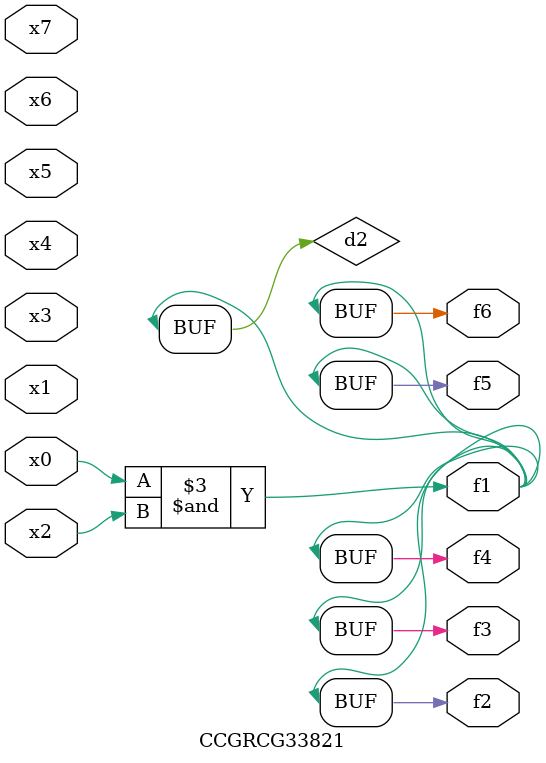
<source format=v>
module CCGRCG33821(
	input x0, x1, x2, x3, x4, x5, x6, x7,
	output f1, f2, f3, f4, f5, f6
);

	wire d1, d2;

	nor (d1, x3, x6);
	and (d2, x0, x2);
	assign f1 = d2;
	assign f2 = d2;
	assign f3 = d2;
	assign f4 = d2;
	assign f5 = d2;
	assign f6 = d2;
endmodule

</source>
